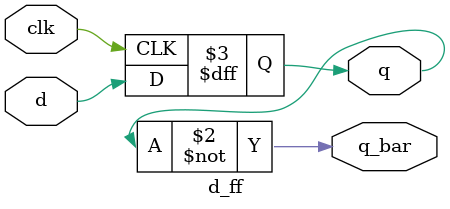
<source format=v>
`timescale 1ns / 1ps


module d_ff(
    input d, input clk, output q, output q_bar
    );
   
   wire d, clk, q_bar;
   reg q;
   
   always @ (posedge clk)
   begin
       q <= d;
   end
   
   assign q_bar = ~q; 
endmodule

</source>
